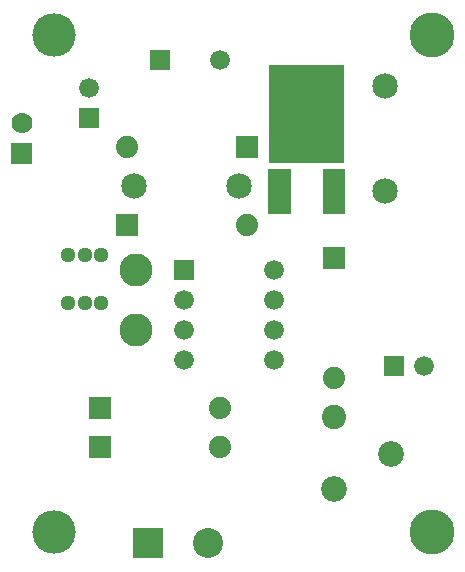
<source format=gts>
G04 start of page 11 for group -4063 idx -4063 *
G04 Title: (unknown), componentmask *
G04 Creator: pcb 20110918 *
G04 CreationDate: Tue 15 Sep 2015 17:39:26 GMT UTC *
G04 For: ksarkies *
G04 Format: Gerber/RS-274X *
G04 PCB-Dimensions: 157480 196850 *
G04 PCB-Coordinate-Origin: lower left *
%MOIN*%
%FSLAX25Y25*%
%LNTOPMASK*%
%ADD187R,0.0746X0.0746*%
%ADD186R,0.2478X0.2478*%
%ADD185C,0.1500*%
%ADD184C,0.0810*%
%ADD183C,0.0510*%
%ADD182C,0.0700*%
%ADD181C,0.0850*%
%ADD180C,0.1100*%
%ADD179C,0.0740*%
%ADD178C,0.0660*%
%ADD177C,0.1450*%
%ADD176C,0.1000*%
%ADD175C,0.0001*%
%ADD174C,0.0860*%
G54D174*X109000Y29850D03*
G54D175*G36*
X42244Y16811D02*Y6811D01*
X52244D01*
Y16811D01*
X42244D01*
G37*
G54D176*X67244Y11811D03*
G54D177*X15748Y15748D03*
G54D175*G36*
X27300Y47550D02*Y40150D01*
X34700D01*
Y47550D01*
X27300D01*
G37*
G36*
Y60550D02*Y53150D01*
X34700D01*
Y60550D01*
X27300D01*
G37*
G54D178*X89000Y72850D03*
G54D179*X71000Y43850D03*
Y56850D03*
G54D178*X89000Y82850D03*
Y92850D03*
Y102850D03*
G54D180*X43000Y82850D03*
G54D175*G36*
X47700Y176150D02*Y169550D01*
X54300D01*
Y176150D01*
X47700D01*
G37*
G54D178*X71000Y172850D03*
G54D181*X77500Y130850D03*
G54D175*G36*
X76300Y147550D02*Y140150D01*
X83700D01*
Y147550D01*
X76300D01*
G37*
G54D179*X80000Y117850D03*
G54D175*G36*
X1500Y145350D02*Y138350D01*
X8500D01*
Y145350D01*
X1500D01*
G37*
G54D181*X42500Y130850D03*
G54D179*X40000Y143850D03*
G54D175*G36*
X24259Y156843D02*Y150243D01*
X30859D01*
Y156843D01*
X24259D01*
G37*
G54D178*X27559Y163543D03*
G54D177*X15748Y181102D03*
G54D182*X5000Y151850D03*
G54D175*G36*
X36300Y121550D02*Y114150D01*
X43700D01*
Y121550D01*
X36300D01*
G37*
G54D183*X31500Y107850D03*
X20500D03*
X26000D03*
X20500Y91850D03*
X26000D03*
X31500D03*
G54D175*G36*
X55700Y106150D02*Y99550D01*
X62300D01*
Y106150D01*
X55700D01*
G37*
G54D178*X59000Y92850D03*
Y82850D03*
Y72850D03*
G54D180*X43000Y102850D03*
G54D175*G36*
X105300Y110550D02*Y103150D01*
X112700D01*
Y110550D01*
X105300D01*
G37*
G54D184*X109000Y53850D03*
G54D174*X128000Y41750D03*
G54D179*X109000Y66850D03*
G54D175*G36*
X125700Y74150D02*Y67550D01*
X132300D01*
Y74150D01*
X125700D01*
G37*
G54D178*X139000Y70850D03*
G54D185*X141732Y15748D03*
G54D181*X126000Y129350D03*
G54D185*X141732Y181102D03*
G54D181*X126000Y164350D03*
G54D186*X100000Y158724D02*Y150850D01*
G54D187*X109055Y132739D02*Y125258D01*
X90945Y132739D02*Y125258D01*
M02*

</source>
